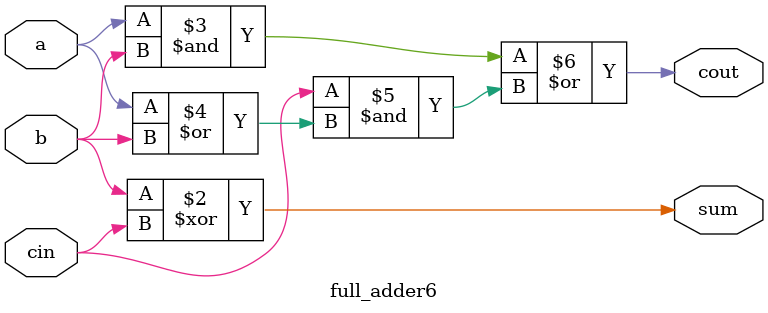
<source format=v>
module full_adder6(a,b,cin,sum,cout);
input a,b,cin;
output sum,cout;
assign sum = 1'b0^b^cin;
assign cout = a&b|cin&(a|b); 
// initial begin
//     $display("The incorrect adder with xor0 having in1/0");
// end   
endmodule

</source>
